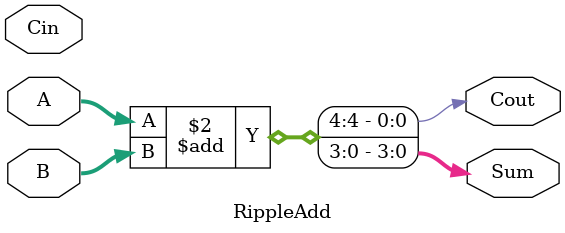
<source format=sv>
`timescale 1ns / 1ps

module RippleAdd(A, B, Cin, Sum, Cout);
  input wire [3:0]A, B;
  input wire Cin;
  output reg [3:0]Sum;
  output reg Cout;

  always @(A, B, Cin)
    {Cout,Sum} = A+B;
endmodule

</source>
